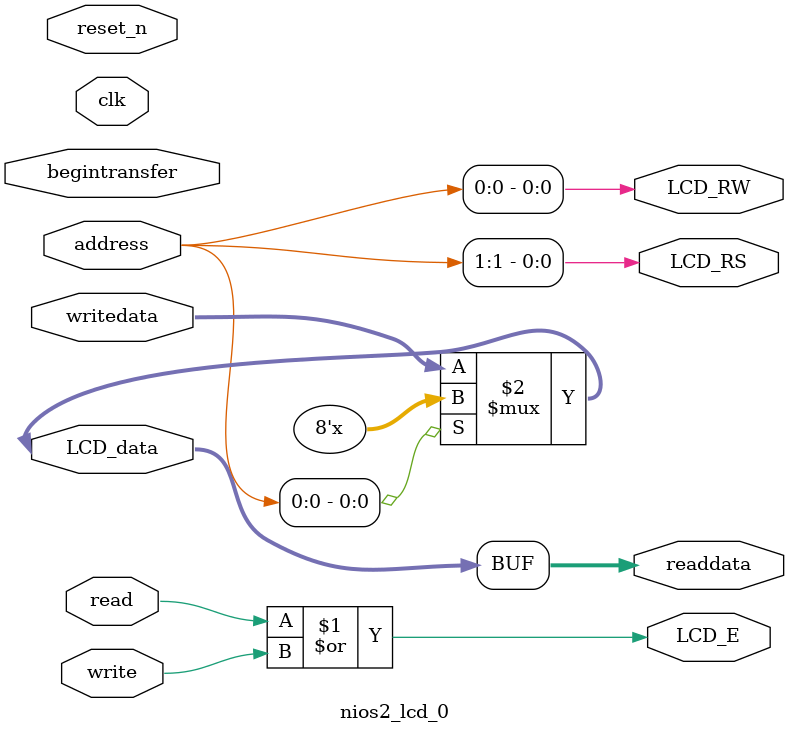
<source format=v>

`timescale 1ns / 1ps
// synthesis translate_on

// turn off superfluous verilog processor warnings 
// altera message_level Level1 
// altera message_off 10034 10035 10036 10037 10230 10240 10030 

module nios2_lcd_0 (
                     // inputs:
                      address,
                      begintransfer,
                      clk,
                      read,
                      reset_n,
                      write,
                      writedata,

                     // outputs:
                      LCD_E,
                      LCD_RS,
                      LCD_RW,
                      LCD_data,
                      readdata
                   )
;

  output           LCD_E;
  output           LCD_RS;
  output           LCD_RW;
  inout   [  7: 0] LCD_data;
  output  [  7: 0] readdata;
  input   [  1: 0] address;
  input            begintransfer;
  input            clk;
  input            read;
  input            reset_n;
  input            write;
  input   [  7: 0] writedata;

  wire             LCD_E;
  wire             LCD_RS;
  wire             LCD_RW;
  wire    [  7: 0] LCD_data;
  wire    [  7: 0] readdata;
  assign LCD_RW = address[0];
  assign LCD_RS = address[1];
  assign LCD_E = read | write;
  assign LCD_data = (address[0]) ? {8{1'bz}} : writedata;
  assign readdata = LCD_data;
  //control_slave, which is an e_avalon_slave

endmodule


</source>
